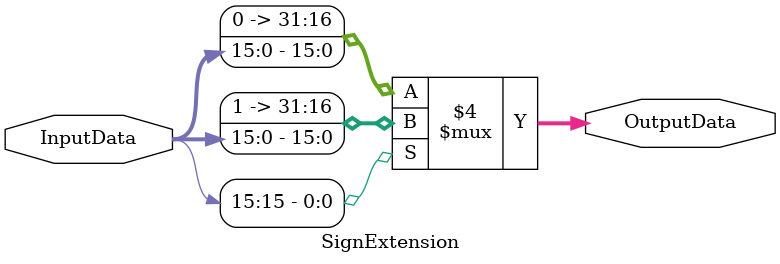
<source format=v>
module SignExtension(InputData,OutputData);

	input [15:0]InputData;
	output reg [31:0]OutputData;
	
	always @(InputData) begin
		if(InputData[15] == 1) 
			begin
			OutputData <={-1,InputData};
			end	
		else
			begin
			OutputData <=InputData;
			end
		end

endmodule
</source>
